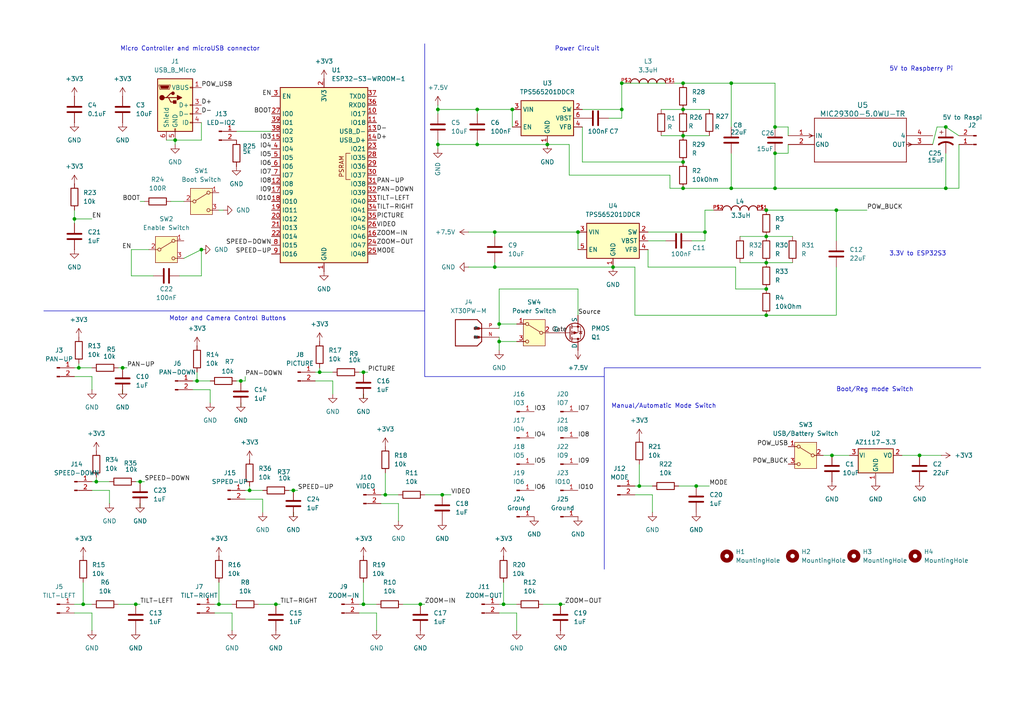
<source format=kicad_sch>
(kicad_sch (version 20231120) (generator "eeschema") (generator_version "8.0")
  (paper "A4")
  (junction (at 72.39 142.24))
  (junction (at 185.42 140.97))
  (junction (at 266.7 132.08))
  (junction (at 80.01 175.26))
  (junction (at 58.42 72.39))
  (junction (at 39.37 175.26))
  (junction (at 50.8 40.64))
  (junction (at 128.27 143.51))
  (junction (at 198.12 31.75))
  (junction (at 180.34 24.13))
  (junction (at 224.79 54.61))
  (junction (at 35.56 106.68))
  (junction (at 105.41 107.95))
  (junction (at 241.3 132.08))
  (junction (at 144.78 99.06))
  (junction (at 162.56 175.26))
  (junction (at 57.15 110.49))
  (junction (at 274.32 54.61))
  (junction (at 148.59 31.75))
  (junction (at 92.71 107.95))
  (junction (at 144.78 93.98))
  (junction (at 127 31.75))
  (junction (at 158.75 41.91))
  (junction (at 222.25 83.82))
  (junction (at 222.25 60.96))
  (junction (at 177.8 77.47))
  (junction (at 201.93 140.97))
  (junction (at 222.25 68.58))
  (junction (at 21.59 63.5))
  (junction (at 180.34 31.75))
  (junction (at 167.64 67.31))
  (junction (at 127 41.91))
  (junction (at 222.25 76.2))
  (junction (at 138.43 41.91))
  (junction (at 224.79 36.83))
  (junction (at 242.57 60.96))
  (junction (at 27.94 139.7))
  (junction (at 138.43 31.75))
  (junction (at 63.5 175.26))
  (junction (at 198.12 46.99))
  (junction (at 222.25 91.44))
  (junction (at 111.76 143.51))
  (junction (at 198.12 39.37))
  (junction (at 212.09 24.13))
  (junction (at 146.05 175.26))
  (junction (at 24.13 175.26))
  (junction (at 224.79 44.45))
  (junction (at 212.09 54.61))
  (junction (at 121.92 175.26))
  (junction (at 85.09 142.24))
  (junction (at 274.32 36.83))
  (junction (at 143.51 77.47))
  (junction (at 40.64 139.7))
  (junction (at 69.85 110.49))
  (junction (at 105.41 175.26))
  (junction (at 143.51 67.31))
  (junction (at 198.12 24.13))
  (junction (at 204.47 67.31))
  (junction (at 22.86 106.68))
  (junction (at 198.12 54.61))
  (wire (pts (xy 104.14 175.26) (xy 105.41 175.26)))
  (wire (pts (xy 143.51 76.2) (xy 143.51 77.47)))
  (wire (pts (xy 213.36 83.82) (xy 222.25 83.82)))
  (wire (pts (xy 27.94 139.7) (xy 31.75 139.7)))
  (wire (pts (xy 35.56 113.03) (xy 35.56 114.3)))
  (wire (pts (xy 31.75 142.24) (xy 31.75 146.05)))
  (wire (pts (xy 63.5 60.96) (xy 64.77 60.96)))
  (wire (pts (xy 21.59 109.22) (xy 26.67 109.22)))
  (wire (pts (xy 67.31 177.8) (xy 67.31 182.88)))
  (wire (pts (xy 127 41.91) (xy 138.43 41.91)))
  (wire (pts (xy 213.36 77.47) (xy 213.36 83.82)))
  (wire (pts (xy 212.09 54.61) (xy 224.79 54.61)))
  (wire (pts (xy 261.62 132.08) (xy 266.7 132.08)))
  (wire (pts (xy 228.6 36.83) (xy 224.79 36.83)))
  (wire (pts (xy 26.67 142.24) (xy 31.75 142.24)))
  (wire (pts (xy 39.37 139.7) (xy 40.64 139.7)))
  (wire (pts (xy 24.13 175.26) (xy 26.67 175.26)))
  (polyline (pts (xy 175.26 106.68) (xy 284.48 106.68)))
  (wire (pts (xy 60.96 113.03) (xy 60.96 116.84)))
  (wire (pts (xy 149.86 99.06) (xy 144.78 99.06)))
  (wire (pts (xy 21.59 106.68) (xy 22.86 106.68)))
  (wire (pts (xy 55.88 110.49) (xy 57.15 110.49)))
  (wire (pts (xy 72.39 140.97) (xy 72.39 142.24)))
  (wire (pts (xy 278.13 41.91) (xy 278.13 54.61)))
  (wire (pts (xy 52.07 80.01) (xy 58.42 80.01)))
  (wire (pts (xy 143.51 67.31) (xy 135.89 67.31)))
  (wire (pts (xy 57.15 107.95) (xy 57.15 110.49)))
  (wire (pts (xy 177.8 77.47) (xy 184.15 77.47)))
  (wire (pts (xy 165.1 41.91) (xy 165.1 50.8)))
  (wire (pts (xy 144.78 83.82) (xy 144.78 93.98)))
  (wire (pts (xy 105.41 175.26) (xy 109.22 175.26)))
  (wire (pts (xy 167.64 83.82) (xy 167.64 91.44)))
  (wire (pts (xy 34.29 175.26) (xy 39.37 175.26)))
  (wire (pts (xy 144.78 83.82) (xy 167.64 83.82)))
  (wire (pts (xy 187.96 67.31) (xy 204.47 67.31)))
  (wire (pts (xy 195.58 24.13) (xy 198.12 24.13)))
  (wire (pts (xy 111.76 143.51) (xy 115.57 143.51)))
  (wire (pts (xy 138.43 40.64) (xy 138.43 41.91)))
  (wire (pts (xy 162.56 175.26) (xy 163.83 175.26)))
  (wire (pts (xy 91.44 107.95) (xy 92.71 107.95)))
  (wire (pts (xy 96.52 110.49) (xy 96.52 114.3)))
  (wire (pts (xy 271.78 36.83) (xy 274.32 36.83)))
  (wire (pts (xy 127 43.18) (xy 127 41.91)))
  (wire (pts (xy 138.43 41.91) (xy 158.75 41.91)))
  (wire (pts (xy 110.49 146.05) (xy 115.57 146.05)))
  (wire (pts (xy 123.19 143.51) (xy 128.27 143.51)))
  (wire (pts (xy 62.23 177.8) (xy 67.31 177.8)))
  (wire (pts (xy 228.6 39.37) (xy 228.6 36.83)))
  (wire (pts (xy 214.63 68.58) (xy 222.25 68.58)))
  (wire (pts (xy 85.09 142.24) (xy 86.36 142.24)))
  (wire (pts (xy 185.42 134.62) (xy 185.42 140.97)))
  (wire (pts (xy 76.2 144.78) (xy 76.2 148.59)))
  (wire (pts (xy 212.09 44.45) (xy 212.09 54.61)))
  (wire (pts (xy 191.77 31.75) (xy 198.12 31.75)))
  (wire (pts (xy 63.5 168.91) (xy 63.5 175.26)))
  (wire (pts (xy 274.32 54.61) (xy 224.79 54.61)))
  (wire (pts (xy 71.12 142.24) (xy 72.39 142.24)))
  (wire (pts (xy 111.76 137.16) (xy 111.76 143.51)))
  (wire (pts (xy 242.57 77.47) (xy 242.57 91.44)))
  (wire (pts (xy 116.84 175.26) (xy 121.92 175.26)))
  (wire (pts (xy 196.85 140.97) (xy 201.93 140.97)))
  (wire (pts (xy 39.37 175.26) (xy 40.64 175.26)))
  (polyline (pts (xy 123.19 109.22) (xy 175.26 109.22)))
  (wire (pts (xy 26.67 63.5) (xy 21.59 63.5)))
  (wire (pts (xy 48.26 40.64) (xy 50.8 40.64)))
  (wire (pts (xy 193.04 24.13) (xy 180.34 24.13)))
  (wire (pts (xy 71.12 109.22) (xy 71.12 110.49)))
  (wire (pts (xy 191.77 39.37) (xy 198.12 39.37)))
  (wire (pts (xy 273.05 132.08) (xy 266.7 132.08)))
  (wire (pts (xy 35.56 106.68) (xy 36.83 106.68)))
  (wire (pts (xy 105.41 114.3) (xy 105.41 115.57)))
  (wire (pts (xy 49.53 58.42) (xy 53.34 58.42)))
  (wire (pts (xy 127 31.75) (xy 127 30.48)))
  (wire (pts (xy 157.48 175.26) (xy 162.56 175.26)))
  (wire (pts (xy 104.14 177.8) (xy 109.22 177.8)))
  (wire (pts (xy 109.22 177.8) (xy 109.22 182.88)))
  (wire (pts (xy 26.67 177.8) (xy 26.67 182.88)))
  (wire (pts (xy 187.96 72.39) (xy 187.96 77.47)))
  (wire (pts (xy 167.64 72.39) (xy 167.64 67.31)))
  (wire (pts (xy 26.67 109.22) (xy 26.67 113.03)))
  (wire (pts (xy 180.34 34.29) (xy 180.34 31.75)))
  (wire (pts (xy 204.47 60.96) (xy 207.01 60.96)))
  (wire (pts (xy 198.12 31.75) (xy 205.74 31.75)))
  (wire (pts (xy 71.12 110.49) (xy 69.85 110.49)))
  (wire (pts (xy 278.13 39.37) (xy 274.32 36.83)))
  (wire (pts (xy 274.32 44.45) (xy 274.32 54.61)))
  (wire (pts (xy 149.86 177.8) (xy 149.86 182.88)))
  (wire (pts (xy 34.29 106.68) (xy 35.56 106.68)))
  (wire (pts (xy 27.94 138.43) (xy 27.94 139.7)))
  (wire (pts (xy 53.34 74.93) (xy 58.42 72.39)))
  (wire (pts (xy 212.09 24.13) (xy 212.09 36.83)))
  (wire (pts (xy 55.88 113.03) (xy 60.96 113.03)))
  (wire (pts (xy 158.75 41.91) (xy 165.1 41.91)))
  (wire (pts (xy 85.09 148.59) (xy 85.09 149.86)))
  (wire (pts (xy 214.63 76.2) (xy 222.25 76.2)))
  (wire (pts (xy 144.78 99.06) (xy 144.78 101.6)))
  (wire (pts (xy 127 40.64) (xy 127 41.91)))
  (wire (pts (xy 121.92 175.26) (xy 123.19 175.26)))
  (wire (pts (xy 105.41 107.95) (xy 106.68 107.95)))
  (wire (pts (xy 212.09 54.61) (xy 198.12 54.61)))
  (wire (pts (xy 194.31 50.8) (xy 194.31 54.61)))
  (wire (pts (xy 242.57 91.44) (xy 222.25 91.44)))
  (wire (pts (xy 115.57 146.05) (xy 115.57 151.13)))
  (wire (pts (xy 228.6 41.91) (xy 228.6 44.45)))
  (wire (pts (xy 204.47 69.85) (xy 204.47 67.31)))
  (wire (pts (xy 38.1 72.39) (xy 38.1 80.01)))
  (wire (pts (xy 144.78 177.8) (xy 149.86 177.8)))
  (wire (pts (xy 143.51 68.58) (xy 143.51 67.31)))
  (wire (pts (xy 40.64 139.7) (xy 41.91 139.7)))
  (wire (pts (xy 110.49 143.51) (xy 111.76 143.51)))
  (wire (pts (xy 72.39 142.24) (xy 76.2 142.24)))
  (wire (pts (xy 138.43 31.75) (xy 127 31.75)))
  (polyline (pts (xy 12.7 90.17) (xy 123.19 90.17)))
  (wire (pts (xy 127 33.02) (xy 127 31.75)))
  (wire (pts (xy 242.57 69.85) (xy 242.57 60.96)))
  (wire (pts (xy 21.59 60.96) (xy 21.59 63.5)))
  (wire (pts (xy 91.44 110.49) (xy 96.52 110.49)))
  (wire (pts (xy 224.79 54.61) (xy 224.79 44.45)))
  (wire (pts (xy 184.15 140.97) (xy 185.42 140.97)))
  (polyline (pts (xy 175.26 106.68) (xy 175.26 165.1)))
  (wire (pts (xy 58.42 35.56) (xy 58.42 40.64)))
  (wire (pts (xy 21.59 175.26) (xy 24.13 175.26)))
  (wire (pts (xy 200.66 69.85) (xy 204.47 69.85)))
  (wire (pts (xy 270.51 41.91) (xy 271.78 36.83)))
  (wire (pts (xy 212.09 24.13) (xy 198.12 24.13)))
  (wire (pts (xy 68.58 110.49) (xy 69.85 110.49)))
  (wire (pts (xy 38.1 80.01) (xy 44.45 80.01)))
  (wire (pts (xy 149.86 93.98) (xy 144.78 93.98)))
  (wire (pts (xy 92.71 107.95) (xy 96.52 107.95)))
  (wire (pts (xy 224.79 24.13) (xy 224.79 36.83)))
  (wire (pts (xy 62.23 175.26) (xy 63.5 175.26)))
  (wire (pts (xy 22.86 105.41) (xy 22.86 106.68)))
  (wire (pts (xy 144.78 93.98) (xy 144.78 95.25)))
  (wire (pts (xy 194.31 54.61) (xy 198.12 54.61)))
  (wire (pts (xy 278.13 54.61) (xy 274.32 54.61)))
  (wire (pts (xy 180.34 24.13) (xy 180.34 31.75)))
  (wire (pts (xy 184.15 77.47) (xy 184.15 91.44)))
  (wire (pts (xy 105.41 168.91) (xy 105.41 175.26)))
  (wire (pts (xy 104.14 107.95) (xy 105.41 107.95)))
  (wire (pts (xy 135.89 77.47) (xy 143.51 77.47)))
  (wire (pts (xy 242.57 60.96) (xy 251.46 60.96)))
  (polyline (pts (xy 123.19 90.17) (xy 123.19 109.22)))
  (wire (pts (xy 26.67 139.7) (xy 27.94 139.7)))
  (wire (pts (xy 68.58 38.1) (xy 78.74 38.1)))
  (wire (pts (xy 41.91 58.42) (xy 40.64 58.42)))
  (wire (pts (xy 228.6 44.45) (xy 224.79 44.45)))
  (wire (pts (xy 146.05 175.26) (xy 149.86 175.26)))
  (wire (pts (xy 74.93 175.26) (xy 80.01 175.26)))
  (wire (pts (xy 57.15 110.49) (xy 60.96 110.49)))
  (wire (pts (xy 187.96 69.85) (xy 193.04 69.85)))
  (wire (pts (xy 40.64 146.05) (xy 40.64 147.32)))
  (wire (pts (xy 144.78 175.26) (xy 146.05 175.26)))
  (wire (pts (xy 24.13 168.91) (xy 24.13 175.26)))
  (wire (pts (xy 43.18 72.39) (xy 38.1 72.39)))
  (wire (pts (xy 21.59 177.8) (xy 26.67 177.8)))
  (wire (pts (xy 148.59 31.75) (xy 138.43 31.75)))
  (wire (pts (xy 69.85 116.84) (xy 69.85 118.11)))
  (wire (pts (xy 58.42 80.01) (xy 58.42 72.39)))
  (wire (pts (xy 144.78 97.79) (xy 144.78 99.06)))
  (wire (pts (xy 168.91 31.75) (xy 180.34 31.75)))
  (wire (pts (xy 205.74 39.37) (xy 198.12 39.37)))
  (wire (pts (xy 185.42 140.97) (xy 189.23 140.97)))
  (wire (pts (xy 229.87 76.2) (xy 222.25 76.2)))
  (wire (pts (xy 148.59 36.83) (xy 148.59 31.75)))
  (wire (pts (xy 204.47 60.96) (xy 204.47 67.31)))
  (wire (pts (xy 189.23 143.51) (xy 189.23 148.59)))
  (polyline (pts (xy 123.19 12.7) (xy 123.19 90.17)))
  (wire (pts (xy 80.01 175.26) (xy 81.28 175.26)))
  (wire (pts (xy 187.96 77.47) (xy 213.36 77.47)))
  (wire (pts (xy 222.25 60.96) (xy 242.57 60.96)))
  (wire (pts (xy 71.12 144.78) (xy 76.2 144.78)))
  (wire (pts (xy 63.5 175.26) (xy 67.31 175.26)))
  (wire (pts (xy 83.82 142.24) (xy 85.09 142.24)))
  (wire (pts (xy 138.43 33.02) (xy 138.43 31.75)))
  (wire (pts (xy 165.1 50.8) (xy 194.31 50.8)))
  (wire (pts (xy 143.51 77.47) (xy 177.8 77.47)))
  (wire (pts (xy 146.05 168.91) (xy 146.05 175.26)))
  (wire (pts (xy 143.51 67.31) (xy 167.64 67.31)))
  (wire (pts (xy 229.87 68.58) (xy 222.25 68.58)))
  (wire (pts (xy 224.79 24.13) (xy 212.09 24.13)))
  (wire (pts (xy 168.91 46.99) (xy 198.12 46.99)))
  (wire (pts (xy 168.91 36.83) (xy 168.91 46.99)))
  (wire (pts (xy 184.15 91.44) (xy 222.25 91.44)))
  (wire (pts (xy 92.71 106.68) (xy 92.71 107.95)))
  (wire (pts (xy 184.15 143.51) (xy 189.23 143.51)))
  (wire (pts (xy 58.42 40.64) (xy 50.8 40.64)))
  (wire (pts (xy 50.8 41.91) (xy 50.8 40.64)))
  (wire (pts (xy 238.76 132.08) (xy 241.3 132.08)))
  (wire (pts (xy 21.59 63.5) (xy 21.59 64.77)))
  (wire (pts (xy 128.27 143.51) (xy 130.81 143.51)))
  (wire (pts (xy 201.93 140.97) (xy 205.74 140.97)))
  (wire (pts (xy 22.86 106.68) (xy 26.67 106.68)))
  (wire (pts (xy 176.53 34.29) (xy 180.34 34.29)))
  (wire (pts (xy 241.3 132.08) (xy 246.38 132.08)))
  (text "Micro Controller and microUSB connector" (at 55.118 14.224 0) (effects (font (size 1.27 1.27))))
  (text "Power Circuit" (at 167.386 14.224 0) (effects (font (size 1.27 1.27))))
  (text "Boot/Reg mode Switch" (at 253.746 113.03 0) (effects (font (size 1.27 1.27))))
  (text "Motor and Camera Control Buttons" (at 66.04 92.456 0) (effects (font (size 1.27 1.27))))
  (text "5V to Raspberry Pi" (at 267.208 20.066 0) (effects (font (size 1.27 1.27))))
  (text "Manual/Automatic Mode Switch" (at 192.532 117.856 0) (effects (font (size 1.27 1.27))))
  (text "3.3V to ESP32S3" (at 266.192 73.66 0) (effects (font (size 1.27 1.27))))
  (label "IO4" (at 154.94 127 0))
  (label "IO3" (at 78.74 40.64 180))
  (label "D+" (at 109.22 40.64 0))
  (label "BOOT" (at 40.64 58.42 180))
  (label "MODE" (at 205.74 140.97 0))
  (label "IO9" (at 78.74 55.88 180))
  (label "EN" (at 38.1 72.39 180))
  (label "SPEED-DOWN" (at 78.74 71.12 180))
  (label "PICTURE" (at 106.68 107.95 0))
  (label "ZOOM-IN" (at 109.22 68.58 0))
  (label "PAN-DOWN" (at 109.22 55.88 0))
  (label "D-" (at 109.22 38.1 0))
  (label "TILT-RIGHT" (at 81.28 175.26 0))
  (label "IO5" (at 154.94 134.62 0))
  (label "POW_USB" (at 58.42 25.4 0))
  (label "ZOOM-OUT" (at 163.83 175.26 0))
  (label "IO8" (at 167.64 127 0))
  (label "TILT-LEFT" (at 40.64 175.26 0))
  (label "TILT-RIGHT" (at 109.22 60.96 0))
  (label "IO4" (at 78.74 43.18 180))
  (label "IO6" (at 78.74 48.26 180))
  (label "EN" (at 78.74 27.94 180))
  (label "EN" (at 26.67 63.5 0))
  (label "SPEED-UP" (at 86.36 142.24 0))
  (label "IO9" (at 167.64 134.62 0))
  (label "ZOOM-OUT" (at 109.22 71.12 0))
  (label "Source" (at 167.64 91.44 0))
  (label "PAN-DOWN" (at 71.12 109.22 0))
  (label "Gate" (at 160.02 96.52 0))
  (label "PICTURE" (at 109.22 63.5 0))
  (label "IO3" (at 154.94 119.38 0))
  (label "PAN-UP" (at 109.22 53.34 0))
  (label "IO7" (at 167.64 119.38 0))
  (label "POW_USB" (at 228.6 129.54 180))
  (label "IO10" (at 167.64 142.24 0))
  (label "VIDEO" (at 109.22 66.04 0))
  (label "D+" (at 58.42 30.48 0))
  (label "IO10" (at 78.74 58.42 180))
  (label "VIDEO" (at 130.81 143.51 0))
  (label "IO8" (at 78.74 53.34 180))
  (label "SPEED-DOWN" (at 41.91 139.7 0))
  (label "D-" (at 58.42 33.02 0))
  (label "IO6" (at 154.94 142.24 0))
  (label "POW_BUCK" (at 228.6 134.62 180))
  (label "IO5" (at 78.74 45.72 180))
  (label "ZOOM-IN" (at 123.19 175.26 0))
  (label "TILT-LEFT" (at 109.22 58.42 0))
  (label "BOOT" (at 78.74 33.02 180))
  (label "POW_BUCK" (at 251.46 60.96 0))
  (label "MODE" (at 109.22 73.66 0))
  (label "SPEED-UP" (at 78.74 73.66 180))
  (label "PAN-UP" (at 36.83 106.68 0))
  (label "IO7" (at 78.74 50.8 180))
  (symbol (lib_id "power:GND") (at 93.98 78.74 0) (unit 1)
    (property "Reference" "#PWR02" (effects (hide yes)))
    (property "Value" "GND" (at 93.98 83.82 0))
    (property "Description" "Power symbol creates a global label with name \"GND\" , ground" (effects (hide yes)))
  )
  (symbol (lib_id "power:GND") (at 128.27 151.13 0) (unit 1)
    (property "Reference" "#PWR038" (effects (hide yes)))
    (property "Value" "GND" (at 128.27 156.21 0))
    (property "Description" "Power symbol creates a global label with name \"GND\" , ground" (effects (hide yes)))
  )
  (symbol (lib_id "Device:R") (at 222.25 87.63 0) (unit 1)
    (property "Reference" "R4" (at 224.79 86.3599 0) (effects (justify left)))
    (property "Value" "10kOhm" (at 224.79 88.8999 0) (effects (justify left)))
    (property "Footprint" "Resistor_SMD:R_0805_2012Metric_Pad1.20x1.40mm_HandSolder" (effects (hide yes)))
    (property "Description" "Resistor" (effects (hide yes)))
  )
  (symbol (lib_id "XT30PW-M:XT30PW-M") (at 139.7 95.25 0) (unit 1)
    (property "Reference" "J4" (at 135.89 87.63 0))
    (property "Value" "XT30PW-M" (at 135.89 90.17 0))
    (property "Footprint" "XT30PW-M:AMASS_XT30PW-M" (effects (hide yes)))
    (property "MF" "AMASS" (effects (hide yes)))
    (property "MAXIMUM_PACKAGE_HEIGHT" "5 mm" (effects (hide yes)))
    (property "Package" "None" (effects (hide yes)))
    (property "Price" "None" (effects (hide yes)))
    (property "Check_prices" "https://www.snapeda.com/parts/XT30PW-M/AMASS/view-part/?ref=eda" (effects (hide yes)))
    (property "STANDARD" "Manufacturer Recommendations" (effects (hide yes)))
    (property "PARTREV" "1.2" (effects (hide yes)))
    (property "SnapEDA_Link" "https://www.snapeda.com/parts/XT30PW-M/AMASS/view-part/?ref=snap" (effects (hide yes)))
    (property "MP" "XT30PW-M" (effects (hide yes)))
    (property "Description_1" "\n                        \n                            Socket; DC supply; XT30; male; PIN: 2; on PCBs; THT; Colour: yellow\n                        \n" (effects (hide yes)))
    (property "MANUFACTURER" "Amass" (effects (hide yes)))
    (property "Availability" "Not in stock" (effects (hide yes)))
    (property "SNAPEDA_PN" "XT30PW-M" (effects (hide yes)))
  )
  (symbol (lib_id "Device:R") (at 146.05 165.1 180) (unit 1)
    (property "Reference" "R20" (at 148.59 163.8299 0) (effects (justify right)))
    (property "Value" "10k" (at 148.59 166.3699 0) (effects (justify right)))
    (property "Footprint" "Resistor_SMD:R_0805_2012Metric_Pad1.20x1.40mm_HandSolder" (effects (hide yes)))
    (property "Description" "Resistor" (effects (hide yes)))
  )
  (symbol (lib_id "Device:R") (at 214.63 72.39 0) (unit 1)
    (property "Reference" "R32" (at 217.17 71.1199 0) (effects (justify left)))
    (property "Value" "R" (at 217.17 73.6599 0) (effects (justify left)))
    (property "Footprint" "Resistor_SMD:R_0805_2012Metric_Pad1.20x1.40mm_HandSolder" (effects (hide yes)))
    (property "Description" "Resistor" (effects (hide yes)))
  )
  (symbol (lib_id "power:GND") (at 68.58 48.26 0) (unit 1)
    (property "Reference" "#PWR04" (effects (hide yes)))
    (property "Value" "GND" (at 68.58 53.34 0))
    (property "Description" "Power symbol creates a global label with name \"GND\" , ground" (effects (hide yes)))
  )
  (symbol (lib_id "Device:R") (at 191.77 35.56 0) (unit 1)
    (property "Reference" "R1" (at 193.294 34.29 0) (effects (justify left)))
    (property "Value" "R" (at 193.548 36.83 0) (effects (justify left)))
    (property "Footprint" "Resistor_SMD:R_0805_2012Metric_Pad1.20x1.40mm_HandSolder" (effects (hide yes)))
    (property "Description" "Resistor" (effects (hide yes)))
  )
  (symbol (lib_id "Device:C") (at 143.51 72.39 0) (unit 1)
    (property "Reference" "C9" (at 147.32 71.1199 0) (effects (justify left)))
    (property "Value" "10uF" (at 147.32 73.6599 0) (effects (justify left)))
    (property "Footprint" "Capacitor_SMD:C_0805_2012Metric_Pad1.18x1.45mm_HandSolder" (effects (hide yes)))
    (property "Description" "Unpolarized capacitor" (effects (hide yes)))
  )
  (symbol (lib_id "Device:R") (at 222.25 72.39 0) (unit 1)
    (property "Reference" "R30" (at 224.79 71.1199 0) (effects (justify left)))
    (property "Value" "R" (at 224.79 73.6599 0) (effects (justify left)))
    (property "Footprint" "Resistor_SMD:R_0805_2012Metric_Pad1.20x1.40mm_HandSolder" (effects (hide yes)))
    (property "Description" "Resistor" (effects (hide yes)))
  )
  (symbol (lib_id "Device:C") (at 266.7 135.89 0) (unit 1)
    (property "Reference" "C2" (at 270.51 134.6199 0) (effects (justify left)))
    (property "Value" "22uF" (at 270.51 137.1599 0) (effects (justify left)))
    (property "Footprint" "Capacitor_SMD:C_0805_2012Metric_Pad1.18x1.45mm_HandSolder" (effects (hide yes)))
    (property "Description" "Unpolarized capacitor" (effects (hide yes)))
  )
  (symbol (lib_id "power:GND") (at 144.78 101.6 0) (unit 1)
    (property "Reference" "#PWR017" (effects (hide yes)))
    (property "Value" "GND" (at 144.78 106.68 0))
    (property "Description" "Power symbol creates a global label with name \"GND\" , ground" (effects (hide yes)))
  )
  (symbol (lib_id "Device:R") (at 72.39 137.16 180) (unit 1)
    (property "Reference" "R36" (at 74.93 135.8899 0) (effects (justify right)))
    (property "Value" "10k" (at 74.93 138.4299 0) (effects (justify right)))
    (property "Footprint" "Resistor_SMD:R_0805_2012Metric_Pad1.20x1.40mm_HandSolder" (effects (hide yes)))
    (property "Description" "Resistor" (effects (hide yes)))
  )
  (symbol (lib_id "Connector:Conn_01x01_Pin") (at 149.86 142.24 0) (unit 1)
    (property "Reference" "J19" (at 150.495 137.16 0))
    (property "Value" "IO6" (at 150.495 139.7 0))
    (property "Footprint" "Connector_PinSocket_2.00mm:PinSocket_1x01_P2.00mm_Vertical" (effects (hide yes)))
    (property "Description" "Generic connector, single row, 01x01, script generated" (effects (hide yes)))
  )
  (symbol (lib_id "Device:R") (at 153.67 175.26 90) (unit 1)
    (property "Reference" "R12" (at 153.67 168.91 90))
    (property "Value" "10k" (at 153.67 171.45 90))
    (property "Footprint" "Resistor_SMD:R_0805_2012Metric_Pad1.20x1.40mm_HandSolder" (effects (hide yes)))
    (property "Description" "Resistor" (effects (hide yes)))
  )
  (symbol (lib_id "2025-03-31_05-35-40:MIC29300-5.0WU-TR") (at 222.25 39.37 0) (unit 1)
    (property "Reference" "U5" (at 250.19 30.48 0) (effects (font (size 1.524 1.524))))
    (property "Value" "MIC29300-5.0WU-TR" (at 250.19 33.02 0) (effects (font (size 1.524 1.524))))
    (property "Footprint" "footprints:TO-263-3_MCH" (effects (hide yes)))
    (property "Datasheet" "MIC29300-5.0WU-TR" (effects (hide yes)))
  )
  (symbol (lib_id "Connector:Conn_01x02_Pin") (at 139.7 175.26 0) (unit 1)
    (property "Reference" "J11" (at 140.335 170.18 0))
    (property "Value" "ZOOM-OUT" (at 140.335 172.72 0))
    (property "Footprint" "Connector_Molex:Molex_KK-254_AE-6410-02A_1x02_P2.54mm_Vertical" (effects (hide yes)))
    (property "Description" "Generic connector, single row, 01x02, script generated" (effects (hide yes)))
  )
  (symbol (lib_id "Connector:Conn_01x01_Pin") (at 162.56 119.38 0) (unit 1)
    (property "Reference" "J20" (at 163.195 114.3 0))
    (property "Value" "IO7" (at 163.195 116.84 0))
    (property "Footprint" "Connector_PinSocket_2.00mm:PinSocket_1x01_P2.00mm_Vertical" (effects (hide yes)))
    (property "Description" "Generic connector, single row, 01x01, script generated" (effects (hide yes)))
  )
  (symbol (lib_id "power:GND") (at 85.09 148.59 0) (unit 1)
    (property "Reference" "#PWR057" (effects (hide yes)))
    (property "Value" "GND" (at 85.09 153.67 0))
    (property "Description" "Power symbol creates a global label with name \"GND\" , ground" (effects (hide yes)))
  )
  (symbol (lib_id "power:+3V3") (at 273.05 132.08 270) (mirror x) (unit 1)
    (property "Reference" "#PWR023" (effects (hide yes)))
    (property "Value" "+3V3" (at 276.86 132.0799 90) (effects (justify left)))
    (property "Description" "Power symbol creates a global label with name \"+3V3\"" (effects (hide yes)))
  )
  (symbol (lib_id "Device:C") (at 35.56 110.49 0) (unit 1)
    (property "Reference" "C10" (at 39.37 109.2199 0) (effects (justify left)))
    (property "Value" "1uF" (at 39.37 111.7599 0) (effects (justify left)))
    (property "Footprint" "Capacitor_SMD:C_0805_2012Metric_Pad1.18x1.45mm_HandSolder" (effects (hide yes)))
    (property "Description" "Unpolarized capacitor" (effects (hide yes)))
  )
  (symbol (lib_id "power:GND") (at 50.8 41.91 0) (unit 1)
    (property "Reference" "#PWR012" (effects (hide yes)))
    (property "Value" "GND" (at 50.8 46.99 0))
    (property "Description" "Power symbol creates a global label with name \"GND\" , ground" (effects (hide yes)))
  )
  (symbol (lib_id "Device:R") (at 193.04 140.97 90) (unit 1)
    (property "Reference" "R22" (at 193.04 134.62 90))
    (property "Value" "10k" (at 193.04 137.16 90))
    (property "Footprint" "Resistor_SMD:R_0805_2012Metric_Pad1.20x1.40mm_HandSolder" (effects (hide yes)))
    (property "Description" "Resistor" (effects (hide yes)))
  )
  (symbol (lib_id "Connector:Conn_01x02_Pin") (at 283.21 41.91 180) (unit 1)
    (property "Reference" "J2" (at 281.94 36.322 0))
    (property "Value" "5V to Raspi" (at 279.146 34.036 0))
    (property "Footprint" "Connector_Molex:Molex_KK-254_AE-6410-02A_1x02_P2.54mm_Vertical" (effects (hide yes)))
    (property "Description" "Generic connector, single row, 01x02, script generated" (effects (hide yes)))
  )
  (symbol (lib_id "Connector:Conn_01x02_Pin") (at 63.5 38.1 0) (unit 1)
    (property "Reference" "J13" (at 64.135 33.02 0))
    (property "Value" "LED-IO2" (at 64.135 35.56 0))
    (property "Footprint" "Connector_Molex:Molex_KK-254_AE-6410-02A_1x02_P2.54mm_Vertical" (effects (hide yes)))
    (property "Description" "Generic connector, single row, 01x02, script generated" (effects (hide yes)))
  )
  (symbol (lib_id "Device:C") (at 21.59 31.75 0) (unit 1)
    (property "Reference" "C4" (at 25.4 30.4799 0) (effects (justify left)))
    (property "Value" "0.1uF" (at 25.4 33.0199 0) (effects (justify left)))
    (property "Footprint" "Capacitor_SMD:C_0805_2012Metric_Pad1.18x1.45mm_HandSolder" (effects (hide yes)))
    (property "Description" "Unpolarized capacitor" (effects (hide yes)))
  )
  (symbol (lib_id "power:+3V3") (at 111.76 129.54 0) (unit 1)
    (property "Reference" "#PWR045" (effects (hide yes)))
    (property "Value" "+3V3" (at 111.76 124.46 0))
    (property "Description" "Power symbol creates a global label with name \"+3V3\"" (effects (hide yes)))
  )
  (symbol (lib_id "power:GND") (at 266.7 139.7 0) (unit 1)
    (property "Reference" "#PWR07" (effects (hide yes)))
    (property "Value" "GND" (at 266.7 144.78 0))
    (property "Description" "Power symbol creates a global label with name \"GND\" , ground" (effects (hide yes)))
  )
  (symbol (lib_id "power:+3V3") (at 35.56 27.94 0) (unit 1)
    (property "Reference" "#PWR08" (effects (hide yes)))
    (property "Value" "+3V3" (at 35.56 22.86 0))
    (property "Description" "Power symbol creates a global label with name \"+3V3\"" (effects (hide yes)))
  )
  (symbol (lib_id "Device:R") (at 22.86 101.6 180) (unit 1)
    (property "Reference" "R13" (at 25.4 100.3299 0) (effects (justify right)))
    (property "Value" "10k" (at 25.4 102.8699 0) (effects (justify right)))
    (property "Footprint" "Resistor_SMD:R_0805_2012Metric_Pad1.20x1.40mm_HandSolder" (effects (hide yes)))
    (property "Description" "Resistor" (effects (hide yes)))
  )
  (symbol (lib_id "Switch:SW_SPDT") (at 48.26 72.39 0) (unit 1)
    (property "Reference" "SW2" (at 48.26 63.5 0))
    (property "Value" "Enable Switch" (at 48.26 66.04 0))
    (property "Footprint" "Connector_Molex:Molex_KK-254_AE-6410-03A_1x03_P2.54mm_Vertical" (effects (hide yes)))
    (property "Description" "Switch, single pole double throw" (effects (hide yes)))
  )
  (symbol (lib_id "Device:R") (at 21.59 57.15 180) (unit 1)
    (property "Reference" "R23" (at 24.13 55.8799 0) (effects (justify right)))
    (property "Value" "10k" (at 24.13 58.4199 0) (effects (justify right)))
    (property "Footprint" "Resistor_SMD:R_0805_2012Metric_Pad1.20x1.40mm_HandSolder" (effects (hide yes)))
    (property "Description" "Resistor" (effects (hide yes)))
  )
  (symbol (lib_id "power:GND") (at 149.86 182.88 0) (unit 1)
    (property "Reference" "#PWR037" (effects (hide yes)))
    (property "Value" "GND" (at 149.86 187.96 0))
    (property "Description" "Power symbol creates a global label with name \"GND\" , ground" (effects (hide yes)))
  )
  (symbol (lib_id "Connector:Conn_01x01_Pin") (at 149.86 127 0) (unit 1)
    (property "Reference" "J17" (at 150.495 121.92 0))
    (property "Value" "IO4" (at 150.495 124.46 0))
    (property "Footprint" "Connector_PinSocket_2.00mm:PinSocket_1x01_P2.00mm_Vertical" (effects (hide yes)))
    (property "Description" "Generic connector, single row, 01x01, script generated" (effects (hide yes)))
  )
  (symbol (lib_id "power:+3V3") (at 27.94 130.81 0) (unit 1)
    (property "Reference" "#PWR013" (effects (hide yes)))
    (property "Value" "+3V3" (at 27.94 125.73 0))
    (property "Description" "Power symbol creates a global label with name \"+3V3\"" (effects (hide yes)))
  )
  (symbol (lib_id "Connector:Conn_01x02_Pin") (at 21.59 139.7 0) (unit 1)
    (property "Reference" "J14" (at 22.225 134.62 0))
    (property "Value" "SPEED-DOWN" (at 22.225 137.16 0))
    (property "Footprint" "Connector_Molex:Molex_KK-254_AE-6410-02A_1x02_P2.54mm_Vertical" (effects (hide yes)))
    (property "Description" "Generic connector, single row, 01x02, script generated" (effects (hide yes)))
  )
  (symbol (lib_id "power:GND") (at 31.75 146.05 0) (unit 1)
    (property "Reference" "#PWR016" (effects (hide yes)))
    (property "Value" "GND" (at 31.75 151.13 0))
    (property "Description" "Power symbol creates a global label with name \"GND\" , ground" (effects (hide yes)))
  )
  (symbol (lib_id "Device:R") (at 45.72 58.42 270) (unit 1)
    (property "Reference" "R24" (at 45.72 52.07 90))
    (property "Value" "100R" (at 45.72 54.61 90))
    (property "Footprint" "Resistor_SMD:R_0805_2012Metric_Pad1.20x1.40mm_HandSolder" (effects (hide yes)))
    (property "Description" "Resistor" (effects (hide yes)))
  )
  (symbol (lib_id "power:GND") (at 58.42 72.39 90) (unit 1)
    (property "Reference" "#PWR054" (effects (hide yes)))
    (property "Value" "GND" (at 62.124 72.3899 90) (effects (justify right)))
    (property "Description" "Power symbol creates a global label with name \"GND\" , ground" (effects (hide yes)))
  )
  (symbol (lib_id "power:GND") (at 241.3 139.7 0) (unit 1)
    (property "Reference" "#PWR06" (effects (hide yes)))
    (property "Value" "GND" (at 241.3 144.78 0))
    (property "Description" "Power symbol creates a global label with name \"GND\" , ground" (effects (hide yes)))
  )
  (symbol (lib_id "Device:C") (at 105.41 111.76 0) (unit 1)
    (property "Reference" "C16" (at 109.22 110.4899 0) (effects (justify left)))
    (property "Value" "1uF" (at 109.22 113.0299 0) (effects (justify left)))
    (property "Footprint" "Capacitor_SMD:C_0805_2012Metric_Pad1.18x1.45mm_HandSolder" (effects (hide yes)))
    (property "Description" "Unpolarized capacitor" (effects (hide yes)))
  )
  (symbol (lib_id "Device:C") (at 212.09 40.64 0) (unit 1)
    (property "Reference" "C8" (at 212.598 36.322 0) (effects (justify left)))
    (property "Value" "22uF" (at 211.836 38.354 0) (effects (justify left)))
    (property "Footprint" "Capacitor_SMD:C_0805_2012Metric_Pad1.18x1.45mm_HandSolder" (effects (hide yes)))
    (property "Description" "Unpolarized capacitor" (effects (hide yes)))
  )
  (symbol (lib_id "Device:C") (at 138.43 36.83 0) (unit 1)
    (property "Reference" "C6" (at 142.24 35.5599 0) (effects (justify left)))
    (property "Value" "100nF" (at 142.24 38.0999 0) (effects (justify left)))
    (property "Footprint" "Capacitor_SMD:C_0805_2012Metric_Pad1.18x1.45mm_HandSolder" (effects (hide yes)))
    (property "Description" "Unpolarized capacitor" (effects (hide yes)))
  )
  (symbol (lib_id "power:GND") (at 67.31 182.88 0) (unit 1)
    (property "Reference" "#PWR030" (effects (hide yes)))
    (property "Value" "GND" (at 67.31 187.96 0))
    (property "Description" "Power symbol creates a global label with name \"GND\" , ground" (effects (hide yes)))
  )
  (symbol (lib_id "Device:C") (at 241.3 135.89 0) (unit 1)
    (property "Reference" "C1" (at 245.11 134.6199 0) (effects (justify left)))
    (property "Value" "10uF" (at 244.348 137.16 0) (effects (justify left)))
    (property "Footprint" "Capacitor_SMD:C_0805_2012Metric_Pad1.18x1.45mm_HandSolder" (effects (hide yes)))
    (property "Description" "Unpolarized capacitor" (effects (hide yes)))
  )
  (symbol (lib_id "power:GND") (at 177.8 77.47 0) (unit 1)
    (property "Reference" "#PWR015" (effects (hide yes)))
    (property "Value" "GND" (at 177.8 82.55 0))
    (property "Description" "Power symbol creates a global label with name \"GND\" , ground" (effects (hide yes)))
  )
  (symbol (lib_id "power:+7.5V") (at 127 30.48 0) (unit 1)
    (property "Reference" "#PWR020" (effects (hide yes)))
    (property "Value" "+7.5V" (at 127 25.4 0))
    (property "Description" "Power symbol creates a global label with name \"+7.5V\"" (effects (hide yes)))
  )
  (symbol (lib_id "Device:C") (at 48.26 80.01 270) (unit 1)
    (property "Reference" "C22" (at 48.26 83.82 90))
    (property "Value" "100nF" (at 48.26 86.36 90))
    (property "Footprint" "Capacitor_SMD:C_0805_2012Metric_Pad1.18x1.45mm_HandSolder" (effects (hide yes)))
    (property "Description" "Unpolarized capacitor" (effects (hide yes)))
  )
  (symbol (lib_id "Device:C") (at 242.57 73.66 0) (unit 1)
    (property "Reference" "C12" (at 246.38 72.3899 0) (effects (justify left)))
    (property "Value" "22uF" (at 246.38 74.9299 0) (effects (justify left)))
    (property "Footprint" "Capacitor_SMD:C_0805_2012Metric_Pad1.18x1.45mm_HandSolder" (effects (hide yes)))
    (property "Description" "Unpolarized capacitor" (effects (hide yes)))
  )
  (symbol (lib_id "Device:C") (at 69.85 114.3 0) (unit 1)
    (property "Reference" "C14" (at 73.66 113.0299 0) (effects (justify left)))
    (property "Value" "1uF" (at 73.66 115.5699 0) (effects (justify left)))
    (property "Footprint" "Capacitor_SMD:C_0805_2012Metric_Pad1.18x1.45mm_HandSolder" (effects (hide yes)))
    (property "Description" "Unpolarized capacitor" (effects (hide yes)))
  )
  (symbol (lib_id "Device:C") (at 35.56 31.75 0) (unit 1)
    (property "Reference" "C3" (at 39.37 30.4799 0) (effects (justify left)))
    (property "Value" "10uF" (at 39.37 33.0199 0) (effects (justify left)))
    (property "Footprint" "Capacitor_SMD:C_0805_2012Metric_Pad1.18x1.45mm_HandSolder" (effects (hide yes)))
    (property "Description" "Unpolarized capacitor" (effects (hide yes)))
  )
  (symbol (lib_id "Connector:Conn_01x01_Pin") (at 149.86 149.86 0) (unit 1)
    (property "Reference" "J24" (at 150.495 144.78 0))
    (property "Value" "Ground" (at 150.495 147.32 0))
    (property "Footprint" "Connector_PinSocket_2.00mm:PinSocket_1x01_P2.00mm_Vertical" (effects (hide yes)))
    (property "Description" "Generic connector, single row, 01x01, script generated" (effects (hide yes)))
  )
  (symbol (lib_id "Device:R") (at 113.03 175.26 90) (unit 1)
    (property "Reference" "R10" (at 113.03 168.91 90))
    (property "Value" "10k" (at 113.03 171.45 90))
    (property "Footprint" "Resistor_SMD:R_0805_2012Metric_Pad1.20x1.40mm_HandSolder" (effects (hide yes)))
    (property "Description" "Resistor" (effects (hide yes)))
  )
  (symbol (lib_id "power:+7.5V") (at 135.89 67.31 90) (unit 1)
    (property "Reference" "#PWR021" (effects (hide yes)))
    (property "Value" "+7.5V" (at 132.08 67.3099 90) (effects (justify left)))
    (property "Description" "Power symbol creates a global label with name \"+7.5V\"" (effects (hide yes)))
  )
  (symbol (lib_id "IHLP-2525CZ-01:IHLP-2525CZ-01") (at 187.96 24.13 90) (unit 1)
    (property "Reference" "L3" (at 187.96 17.78 90))
    (property "Value" "3.3uH" (at 187.96 20.32 90))
    (property "Footprint" "IHLP-2525CZ-01:2525" (effects (hide yes)))
    (property "MF" "Vishay Dale" (effects (hide yes)))
    (property "Description_1" "\n                        \n                            150 nH Shielded Molded Inductor 26 A 2.5mOhm Max Nonstandard -\n                        \n" (effects (hide yes)))
    (property "Package" "Nonstandard Vishay Dale" (effects (hide yes)))
    (property "Price" "None" (effects (hide yes)))
    (property "SnapEDA_Link" "https://www.snapeda.com/parts/IHLP-2525CZ-01/Vishay+Dale/view-part/?ref=snap" (effects (hide yes)))
    (property "MP" "IHLP-2525CZ-01" (effects (hide yes)))
    (property "Availability" "In Stock" (effects (hide yes)))
    (property "Check_prices" "https://www.snapeda.com/parts/IHLP-2525CZ-01/Vishay+Dale/view-part/?ref=eda" (effects (hide yes)))
  )
  (symbol (lib_id "power:+3V3") (at 72.39 133.35 0) (unit 1)
    (property "Reference" "#PWR055" (effects (hide yes)))
    (property "Value" "+3V3" (at 72.39 128.27 0))
    (property "Description" "Power symbol creates a global label with name \"+3V3\"" (effects (hide yes)))
  )
  (symbol (lib_id "Connector:Conn_01x02_Pin") (at 179.07 140.97 0) (unit 1)
    (property "Reference" "J12" (at 179.705 135.89 0))
    (property "Value" "MODE" (at 179.705 138.43 0))
    (property "Footprint" "Connector_Molex:Molex_KK-254_AE-6410-02A_1x02_P2.54mm_Vertical" (effects (hide yes)))
    (property "Description" "Generic connector, single row, 01x02, script generated" (effects (hide yes)))
  )
  (symbol (lib_id "power:GND") (at 154.94 149.86 0) (unit 1)
    (property "Reference" "#PWR058" (effects (hide yes)))
    (property "Value" "GND" (at 154.94 154.94 0))
    (property "Description" "Power symbol creates a global label with name \"GND\" , ground" (effects (hide yes)))
  )
  (symbol (lib_id "power:GND") (at 69.85 116.84 0) (unit 1)
    (property "Reference" "#PWR029" (effects (hide yes)))
    (property "Value" "GND" (at 69.85 121.92 0))
    (property "Description" "Power symbol creates a global label with name \"GND\" , ground" (effects (hide yes)))
  )
  (symbol (lib_id "Device:R") (at 205.74 35.56 0) (unit 1)
    (property "Reference" "R27" (at 207.518 33.782 0) (effects (justify left)))
    (property "Value" "R" (at 207.264 36.83 0) (effects (justify left)))
    (property "Footprint" "Resistor_SMD:R_0805_2012Metric_Pad1.20x1.40mm_HandSolder" (effects (hide yes)))
    (property "Description" "Resistor" (effects (hide yes)))
  )
  (symbol (lib_id "Device:R") (at 119.38 143.51 90) (unit 1)
    (property "Reference" "R11" (at 119.38 137.16 90))
    (property "Value" "10k" (at 119.38 139.7 90))
    (property "Footprint" "Resistor_SMD:R_0805_2012Metric_Pad1.20x1.40mm_HandSolder" (effects (hide yes)))
    (property "Description" "Resistor" (effects (hide yes)))
  )
  (symbol (lib_id "Device:C") (at 162.56 179.07 0) (unit 1)
    (property "Reference" "C19" (at 166.37 177.7999 0) (effects (justify left)))
    (property "Value" "1uF" (at 166.37 180.3399 0) (effects (justify left)))
    (property "Footprint" "Capacitor_SMD:C_0805_2012Metric_Pad1.18x1.45mm_HandSolder" (effects (hide yes)))
    (property "Description" "Unpolarized capacitor" (effects (hide yes)))
  )
  (symbol (lib_id "power:+3V3") (at 105.41 161.29 0) (unit 1)
    (property "Reference" "#PWR046" (effects (hide yes)))
    (property "Value" "+3V3" (at 105.41 156.21 0))
    (property "Description" "Power symbol creates a global label with name \"+3V3\"" (effects (hide yes)))
  )
  (symbol (lib_id "power:GND") (at 35.56 35.56 0) (unit 1)
    (property "Reference" "#PWR09" (effects (hide yes)))
    (property "Value" "GND" (at 35.56 40.64 0))
    (property "Description" "Power symbol creates a global label with name \"GND\" , ground" (effects (hide yes)))
  )
  (symbol (lib_id "Device:R") (at 92.71 102.87 180) (unit 1)
    (property "Reference" "R17" (at 95.25 101.5999 0) (effects (justify right)))
    (property "Value" "10k" (at 95.25 104.1399 0) (effects (justify right)))
    (property "Footprint" "Resistor_SMD:R_0805_2012Metric_Pad1.20x1.40mm_HandSolder" (effects (hide yes)))
    (property "Description" "Resistor" (effects (hide yes)))
  )
  (symbol (lib_id "power:GND") (at 21.59 35.56 0) (unit 1)
    (property "Reference" "#PWR011" (effects (hide yes)))
    (property "Value" "GND" (at 21.59 40.64 0))
    (property "Description" "Power symbol creates a global label with name \"GND\" , ground" (effects (hide yes)))
  )
  (symbol (lib_id "Device:R") (at 185.42 130.81 180) (unit 1)
    (property "Reference" "R21" (at 187.96 129.5399 0) (effects (justify right)))
    (property "Value" "10k" (at 187.96 132.0799 0) (effects (justify right)))
    (property "Footprint" "Resistor_SMD:R_0805_2012Metric_Pad1.20x1.40mm_HandSolder" (effects (hide yes)))
    (property "Description" "Resistor" (effects (hide yes)))
  )
  (symbol (lib_id "Regulator_Switching:TPS565208") (at 177.8 69.85 0) (unit 1)
    (property "Reference" "U4" (at 177.8 59.69 0))
    (property "Value" "TPS565201DDCR" (at 177.8 62.23 0))
    (property "Footprint" "Package_TO_SOT_SMD:SOT-23-6_Handsoldering" (effects (hide yes)))
    (property "Datasheet" "http://www.ti.com/lit/ds/symlink/tps565208.pdf" (effects (hide yes)))
    (property "Description" "5A Synchronous Step-Down Voltage Regulator, Adjustable Output Voltage, 4.5-17V Input Voltage, SOT-23-6" (effects (hide yes)))
  )
  (symbol (lib_id "power:GND") (at 60.96 116.84 0) (unit 1)
    (property "Reference" "#PWR028" (effects (hide yes)))
    (property "Value" "GND" (at 60.96 121.92 0))
    (property "Description" "Power symbol creates a global label with name \"GND\" , ground" (effects (hide yes)))
  )
  (symbol (lib_id "power:GND") (at 109.22 182.88 0) (unit 1)
    (property "Reference" "#PWR033" (effects (hide yes)))
    (property "Value" "GND" (at 109.22 187.96 0))
    (property "Description" "Power symbol creates a global label with name \"GND\" , ground" (effects (hide yes)))
  )
  (symbol (lib_id "Device:C") (at 172.72 34.29 90) (unit 1)
    (property "Reference" "C7" (at 178.054 38.1 90))
    (property "Value" "100nF" (at 173.482 38.1 90))
    (property "Footprint" "Capacitor_SMD:C_0805_2012Metric_Pad1.18x1.45mm_HandSolder" (effects (hide yes)))
    (property "Description" "Unpolarized capacitor" (effects (hide yes)))
  )
  (symbol (lib_id "power:+3V3") (at 57.15 100.33 0) (unit 1)
    (property "Reference" "#PWR041" (effects (hide yes)))
    (property "Value" "+3V3" (at 57.15 95.25 0))
    (property "Description" "Power symbol creates a global label with name \"+3V3\"" (effects (hide yes)))
  )
  (symbol (lib_id "Connector:Conn_01x02_Pin") (at 99.06 175.26 0) (unit 1)
    (property "Reference" "J9" (at 99.695 170.18 0))
    (property "Value" "ZOOM-IN" (at 99.695 172.72 0))
    (property "Footprint" "Connector_Molex:Molex_KK-254_AE-6410-02A_1x02_P2.54mm_Vertical" (effects (hide yes)))
    (property "Description" "Generic connector, single row, 01x02, script generated" (effects (hide yes)))
  )
  (symbol (lib_id "Switch:SW_SPDT") (at 154.94 96.52 0) (mirror y) (unit 1)
    (property "Reference" "SW4" (at 154.94 87.63 0))
    (property "Value" "Power Switch" (at 154.94 90.17 0))
    (property "Footprint" "Connector_Molex:Molex_KK-254_AE-6410-03A_1x03_P2.54mm_Vertical" (effects (hide yes)))
    (property "Description" "Switch, single pole double throw" (effects (hide yes)))
  )
  (symbol (lib_id "power:+3V3") (at 93.98 22.86 0) (unit 1)
    (property "Reference" "#PWR01" (effects (hide yes)))
    (property "Value" "+3V3" (at 93.98 17.78 0))
    (property "Description" "Power symbol creates a global label with name \"+3V3\"" (effects (hide yes)))
  )
  (symbol (lib_id "power:GND") (at 127 43.18 0) (mirror y) (unit 1)
    (property "Reference" "#PWR019" (effects (hide yes)))
    (property "Value" "GND" (at 127.0001 46.99 90) (effects (justify right)))
    (property "Description" "Power symbol creates a global label with name \"GND\" , ground" (effects (hide yes)))
  )
  (symbol (lib_id "Device:C_Polarized_US") (at 274.32 40.64 0) (unit 1)
    (property "Reference" "C25" (at 269.24 44.45 0) (effects (justify left)))
    (property "Value" "15uF" (at 268.986 46.482 0) (effects (justify left)))
    (property "Footprint" "Capacitor_Tantalum_SMD:CP_EIA-3528-12_Kemet-T_Pad1.50x2.35mm_HandSolder" (effects (hide yes)))
    (property "Description" "Polarized capacitor, US symbol" (effects (hide yes)))
  )
  (symbol (lib_id "power:+3V3") (at 63.5 161.29 0) (unit 1)
    (property "Reference" "#PWR043" (effects (hide yes)))
    (property "Value" "+3V3" (at 63.5 156.21 0))
    (property "Description" "Power symbol creates a global label with name \"+3V3\"" (effects (hide yes)))
  )
  (symbol (lib_id "Device:R") (at 198.12 27.94 0) (unit 1)
    (property "Reference" "R28" (at 200.66 26.6699 0) (effects (justify left)))
    (property "Value" "R" (at 200.66 29.2099 0) (effects (justify left)))
    (property "Footprint" "Resistor_SMD:R_0805_2012Metric_Pad1.20x1.40mm_HandSolder" (effects (hide yes)))
    (property "Description" "Resistor" (effects (hide yes)))
  )
  (symbol (lib_id "Connector:Conn_01x02_Pin") (at 50.8 110.49 0) (unit 1)
    (property "Reference" "J6" (at 51.435 105.41 0))
    (property "Value" "PAN-DOWN" (at 51.435 107.95 0))
    (property "Footprint" "Connector_Molex:Molex_KK-254_AE-6410-02A_1x02_P2.54mm_Vertical" (effects (hide yes)))
    (property "Description" "Generic connector, single row, 01x02, script generated" (effects (hide yes)))
  )
  (symbol (lib_id "power:+3V3") (at 21.59 53.34 0) (unit 1)
    (property "Reference" "#PWR051" (effects (hide yes)))
    (property "Value" "+3V3" (at 21.59 48.26 0))
    (property "Description" "Power symbol creates a global label with name \"+3V3\"" (effects (hide yes)))
  )
  (symbol (lib_id "power:GND") (at 21.59 72.39 0) (unit 1)
    (property "Reference" "#PWR052" (effects (hide yes)))
    (property "Value" "GND" (at 21.59 77.47 0))
    (property "Description" "Power symbol creates a global label with name \"GND\" , ground" (effects (hide yes)))
  )
  (symbol (lib_id "power:+3V3") (at 24.13 161.29 0) (unit 1)
    (property "Reference" "#PWR042" (effects (hide yes)))
    (property "Value" "+3V3" (at 24.13 156.21 0))
    (property "Description" "Power symbol creates a global label with name \"+3V3\"" (effects (hide yes)))
  )
  (symbol (lib_id "Device:R") (at 198.12 50.8 0) (unit 1)
    (property "Reference" "R2" (at 200.66 49.5299 0) (effects (justify left)))
    (property "Value" "10kOhm" (at 200.66 52.0699 0) (effects (justify left)))
    (property "Footprint" "Resistor_SMD:R_0805_2012Metric_Pad1.20x1.40mm_HandSolder" (effects (hide yes)))
    (property "Description" "Resistor" (effects (hide yes)))
  )
  (symbol (lib_id "power:GND") (at 162.56 182.88 0) (unit 1)
    (property "Reference" "#PWR039" (effects (hide yes)))
    (property "Value" "GND" (at 162.56 187.96 0))
    (property "Description" "Power symbol creates a global label with name \"GND\" , ground" (effects (hide yes)))
  )
  (symbol (lib_id "power:+3V3") (at 22.86 97.79 0) (unit 1)
    (property "Reference" "#PWR040" (effects (hide yes)))
    (property "Value" "+3V3" (at 22.86 92.71 0))
    (property "Description" "Power symbol creates a global label with name \"+3V3\"" (effects (hide yes)))
  )
  (symbol (lib_id "IHLP-2525CZ-01:IHLP-2525CZ-01") (at 214.63 60.96 90) (unit 1)
    (property "Reference" "L4" (at 214.63 58.42 90))
    (property "Value" "3.3uH" (at 214.884 62.484 90))
    (property "Footprint" "IHLP-2525CZ-01:2525" (effects (hide yes)))
    (property "MF" "Vishay Dale" (effects (hide yes)))
    (property "Description_1" "\n                        \n                            150 nH Shielded Molded Inductor 26 A 2.5mOhm Max Nonstandard -\n                        \n" (effects (hide yes)))
    (property "Package" "Nonstandard Vishay Dale" (effects (hide yes)))
    (property "Price" "None" (effects (hide yes)))
    (property "SnapEDA_Link" "https://www.snapeda.com/parts/IHLP-2525CZ-01/Vishay+Dale/view-part/?ref=snap" (effects (hide yes)))
    (property "MP" "IHLP-2525CZ-01" (effects (hide yes)))
    (property "Availability" "In Stock" (effects (hide yes)))
    (property "Check_prices" "https://www.snapeda.com/parts/IHLP-2525CZ-01/Vishay+Dale/view-part/?ref=eda" (effects (hide yes)))
  )
  (symbol (lib_id "Device:R") (at 64.77 110.49 90) (unit 1)
    (property "Reference" "R7" (at 66.548 104.902 90))
    (property "Value" "10k" (at 66.04 107.696 90))
    (property "Footprint" "Resistor_SMD:R_0805_2012Metric_Pad1.20x1.40mm_HandSolder" (effects (hide yes)))
    (property "Description" "Resistor" (effects (hide yes)))
  )
  (symbol (lib_id "power:GND") (at 121.92 182.88 0) (unit 1)
    (property "Reference" "#PWR035" (effects (hide yes)))
    (property "Value" "GND" (at 121.92 187.96 0))
    (property "Description" "Power symbol creates a global label with name \"GND\" , ground" (effects (hide yes)))
  )
  (symbol (lib_id "Connector:Conn_01x01_Pin") (at 162.56 149.86 0) (unit 1)
    (property "Reference" "J25" (at 163.195 144.78 0))
    (property "Value" "Ground" (at 163.195 147.32 0))
    (property "Footprint" "Connector_PinSocket_2.00mm:PinSocket_1x01_P2.00mm_Vertical" (effects (hide yes)))
    (property "Description" "Generic connector, single row, 01x01, script generated" (effects (hide yes)))
  )
  (symbol (lib_id "Device:R") (at 30.48 106.68 90) (unit 1)
    (property "Reference" "R5" (at 32.258 101.346 90))
    (property "Value" "10k" (at 31.75 103.378 90))
    (property "Footprint" "Resistor_SMD:R_0805_2012Metric_Pad1.20x1.40mm_HandSolder" (effects (hide yes)))
    (property "Description" "Resistor" (effects (hide yes)))
  )
  (symbol (lib_id "RF_Module:ESP32-S3-WROOM-1") (at 93.98 50.8 0) (unit 1)
    (property "Reference" "U1" (at 96.1741 20.32 0) (effects (justify left)))
    (property "Value" "ESP32-S3-WROOM-1" (at 96.1741 22.86 0) (effects (justify left)))
    (property "Footprint" "RF_Module:ESP32-S3-WROOM-1" (effects (hide yes)))
    (property "Datasheet" "https://www.espressif.com/sites/default/files/documentation/esp32-s3-wroom-1_wroom-1u_datasheet_en.pdf" (effects (hide yes)))
    (property "Description" "RF Module, ESP32-S3 SoC, Wi-Fi 802.11b/g/n, Bluetooth, BLE, 32-bit, 3.3V, onboard antenna, SMD" (effects (hide yes)))
  )
  (symbol (lib_id "Device:R") (at 222.25 80.01 0) (unit 1)
    (property "Reference" "R33" (at 224.79 78.7399 0) (effects (justify left)))
    (property "Value" "R" (at 224.79 81.2799 0) (effects (justify left)))
    (property "Footprint" "Resistor_SMD:R_0805_2012Metric_Pad1.20x1.40mm_HandSolder" (effects (hide yes)))
    (property "Description" "Resistor" (effects (hide yes)))
  )
  (symbol (lib_id "power:GND") (at 80.01 182.88 0) (unit 1)
    (property "Reference" "#PWR031" (effects (hide yes)))
    (property "Value" "GND" (at 80.01 187.96 0))
    (property "Description" "Power symbol creates a global label with name \"GND\" , ground" (effects (hide yes)))
  )
  (symbol (lib_id "Mechanical:MountingHole") (at 247.65 161.29 0) (unit 1) (exclude_from_sim yes) (in_bom no)
    (property "Reference" "H3" (at 250.19 160.0199 0) (effects (justify left)))
    (property "Value" "MountingHole" (at 250.19 162.5599 0) (effects (justify left)))
    (property "Footprint" "MountingHole:MountingHole_3.2mm_M3" (effects (hide yes)))
    (property "Description" "Mounting Hole without connection" (effects (hide yes)))
  )
  (symbol (lib_id "power:GND") (at 96.52 114.3 0) (unit 1)
    (property "Reference" "#PWR032" (effects (hide yes)))
    (property "Value" "GND" (at 96.52 119.38 0))
    (property "Description" "Power symbol creates a global label with name \"GND\" , ground" (effects (hide yes)))
  )
  (symbol (lib_id "Device:R") (at 198.12 43.18 0) (unit 1)
    (property "Reference" "R29" (at 200.66 41.9099 0) (effects (justify left)))
    (property "Value" "R" (at 200.66 44.4499 0) (effects (justify left)))
    (property "Footprint" "Resistor_SMD:R_0805_2012Metric_Pad1.20x1.40mm_HandSolder" (effects (hide yes)))
    (property "Description" "Resistor" (effects (hide yes)))
  )
  (symbol (lib_id "Device:R") (at 68.58 44.45 180) (unit 1)
    (property "Reference" "R25" (at 70.358 42.418 0) (effects (justify right)))
    (property "Value" "5k" (at 70.358 43.942 0) (effects (justify right)))
    (property "Footprint" "Resistor_SMD:R_0805_2012Metric_Pad1.20x1.40mm_HandSolder" (effects (hide yes)))
    (property "Description" "Resistor" (effects (hide yes)))
  )
  (symbol (lib_id "Switch:SW_SPDT") (at 233.68 132.08 0) (mirror y) (unit 1)
    (property "Reference" "SW3" (at 233.68 123.19 0))
    (property "Value" "USB/Battery Switch" (at 233.68 125.73 0))
    (property "Footprint" "Connector_Molex:Molex_KK-254_AE-6410-03A_1x03_P2.54mm_Vertical" (effects (hide yes)))
    (property "Description" "Switch, single pole double throw" (effects (hide yes)))
  )
  (symbol (lib_id "power:GND") (at 135.89 77.47 270) (unit 1)
    (property "Reference" "#PWR018" (effects (hide yes)))
    (property "Value" "GND" (at 132.08 77.4699 90) (effects (justify right)))
    (property "Description" "Power symbol creates a global label with name \"GND\" , ground" (effects (hide yes)))
  )
  (symbol (lib_id "power:GND") (at 76.2 148.59 0) (unit 1)
    (property "Reference" "#PWR056" (effects (hide yes)))
    (property "Value" "GND" (at 76.2 153.67 0))
    (property "Description" "Power symbol creates a global label with name \"GND\" , ground" (effects (hide yes)))
  )
  (symbol (lib_id "Connector:Conn_01x01_Pin") (at 162.56 127 0) (unit 1)
    (property "Reference" "J21" (at 163.195 121.92 0))
    (property "Value" "IO8" (at 163.195 124.46 0))
    (property "Footprint" "Connector_PinSocket_2.00mm:PinSocket_1x01_P2.00mm_Vertical" (effects (hide yes)))
    (property "Description" "Generic connector, single row, 01x01, script generated" (effects (hide yes)))
  )
  (symbol (lib_id "Device:C") (at 80.01 179.07 0) (unit 1)
    (property "Reference" "C15" (at 83.82 177.7999 0) (effects (justify left)))
    (property "Value" "1uF" (at 83.82 180.3399 0) (effects (justify left)))
    (property "Footprint" "Capacitor_SMD:C_0805_2012Metric_Pad1.18x1.45mm_HandSolder" (effects (hide yes)))
    (property "Description" "Unpolarized capacitor" (effects (hide yes)))
  )
  (symbol (lib_id "Mechanical:MountingHole") (at 265.43 161.29 0) (unit 1) (exclude_from_sim yes) (in_bom no)
    (property "Reference" "H4" (at 267.97 160.0199 0) (effects (justify left)))
    (property "Value" "MountingHole" (at 267.97 162.5599 0) (effects (justify left)))
    (property "Footprint" "MountingHole:MountingHole_3.2mm_M3" (effects (hide yes)))
    (property "Description" "Mounting Hole without connection" (effects (hide yes)))
  )
  (symbol (lib_id "power:GND") (at 115.57 151.13 0) (unit 1)
    (property "Reference" "#PWR036" (effects (hide yes)))
    (property "Value" "GND" (at 115.57 156.21 0))
    (property "Description" "Power symbol creates a global label with name \"GND\" , ground" (effects (hide yes)))
  )
  (symbol (lib_id "Mechanical:MountingHole") (at 210.82 161.29 0) (unit 1) (exclude_from_sim yes) (in_bom no)
    (property "Reference" "H1" (at 213.36 160.0199 0) (effects (justify left)))
    (property "Value" "MountingHole" (at 213.36 162.5599 0) (effects (justify left)))
    (property "Footprint" "MountingHole:MountingHole_3.2mm_M3" (effects (hide yes)))
    (property "Description" "Mounting Hole without connection" (effects (hide yes)))
  )
  (symbol (lib_id "power:GND") (at 35.56 113.03 0) (unit 1)
    (property "Reference" "#PWR025" (effects (hide yes)))
    (property "Value" "GND" (at 35.56 118.11 0))
    (property "Description" "Power symbol creates a global label with name \"GND\" , ground" (effects (hide yes)))
  )
  (symbol (lib_id "Connector:Conn_01x02_Pin") (at 66.04 142.24 0) (unit 1)
    (property "Reference" "J15" (at 66.675 137.16 0))
    (property "Value" "SPPED-UP" (at 66.675 139.7 0))
    (property "Footprint" "Connector_Molex:Molex_KK-254_AE-6410-02A_1x02_P2.54mm_Vertical" (effects (hide yes)))
    (property "Description" "Generic connector, single row, 01x02, script generated" (effects (hide yes)))
  )
  (symbol (lib_id "power:GND") (at 40.64 146.05 0) (unit 1)
    (property "Reference" "#PWR022" (effects (hide yes)))
    (property "Value" "GND" (at 40.64 151.13 0))
    (property "Description" "Power symbol creates a global label with name \"GND\" , ground" (effects (hide yes)))
  )
  (symbol (lib_id "Device:R") (at 35.56 139.7 90) (unit 1)
    (property "Reference" "R35" (at 37.846 134.366 90))
    (property "Value" "10k" (at 38.1 136.144 90))
    (property "Footprint" "Resistor_SMD:R_0805_2012Metric_Pad1.20x1.40mm_HandSolder" (effects (hide yes)))
    (property "Description" "Resistor" (effects (hide yes)))
  )
  (symbol (lib_id "power:GND") (at 26.67 113.03 0) (unit 1)
    (property "Reference" "#PWR024" (effects (hide yes)))
    (property "Value" "GND" (at 26.67 118.11 0))
    (property "Description" "Power symbol creates a global label with name \"GND\" , ground" (effects (hide yes)))
  )
  (symbol (lib_id "power:GND") (at 201.93 148.59 0) (unit 1)
    (property "Reference" "#PWR050" (effects (hide yes)))
    (property "Value" "GND" (at 201.93 153.67 0))
    (property "Description" "Power symbol creates a global label with name \"GND\" , ground" (effects (hide yes)))
  )
  (symbol (lib_id "power:GND") (at 167.64 149.86 0) (unit 1)
    (property "Reference" "#PWR059" (effects (hide yes)))
    (property "Value" "GND" (at 167.64 154.94 0))
    (property "Description" "Power symbol creates a global label with name \"GND\" , ground" (effects (hide yes)))
  )
  (symbol (lib_id "Simulation_SPICE:PMOS") (at 165.1 96.52 0) (mirror x) (unit 1)
    (property "Reference" "Q1" (at 171.45 97.7901 0) (effects (justify left)))
    (property "Value" "PMOS" (at 171.45 95.2501 0) (effects (justify left)))
    (property "Footprint" "Package_TO_SOT_THT:TO-220-3_Vertical" (effects (hide yes)))
    (property "Datasheet" "https://ngspice.sourceforge.io/docs/ngspice-html-manual/manual.xhtml#cha_MOSFETs" (effects (hide yes)))
    (property "Description" "P-MOSFET transistor, drain/source/gate" (effects (hide yes)))
    (property "Sim.Device" "PMOS" (effects (hide yes)))
    (property "Sim.Type" "VDMOS" (effects (hide yes)))
    (property "Sim.Pins" "1=D 2=G 3=S" (effects (hide yes)))
  )
  (symbol (lib_id "Device:R") (at 30.48 175.26 90) (unit 1)
    (property "Reference" "R6" (at 30.48 168.91 90))
    (property "Value" "10k" (at 30.48 171.45 90))
    (property "Footprint" "Resistor_SMD:R_0805_2012Metric_Pad1.20x1.40mm_HandSolder" (effects (hide yes)))
    (property "Description" "Resistor" (effects (hide yes)))
  )
  (symbol (lib_id "Connector:Conn_01x01_Pin") (at 149.86 119.38 0) (unit 1)
    (property "Reference" "J16" (at 150.495 114.3 0))
    (property "Value" "IO3" (at 150.495 116.84 0))
    (property "Footprint" "Connector_PinSocket_2.00mm:PinSocket_1x01_P2.00mm_Vertical" (effects (hide yes)))
    (property "Description" "Generic connector, single row, 01x01, script generated" (effects (hide yes)))
  )
  (symbol (lib_id "Device:R") (at 63.5 165.1 180) (unit 1)
    (property "Reference" "R16" (at 66.04 163.8299 0) (effects (justify right)))
    (property "Value" "10k" (at 66.04 166.3699 0) (effects (justify right)))
    (property "Footprint" "Resistor_SMD:R_0805_2012Metric_Pad1.20x1.40mm_HandSolder" (effects (hide yes)))
    (property "Description" "Resistor" (effects (hide yes)))
  )
  (symbol (lib_id "Device:R") (at 222.25 64.77 0) (unit 1)
    (property "Reference" "R3" (at 224.79 63.4999 0) (effects (justify left)))
    (property "Value" "R" (at 224.79 66.0399 0) (effects (justify left)))
    (property "Footprint" "Resistor_SMD:R_0805_2012Metric_Pad1.20x1.40mm_HandSolder" (effects (hide yes)))
    (property "Description" "Resistor" (effects (hide yes)))
  )
  (symbol (lib_id "Device:R") (at 100.33 107.95 90) (unit 1)
    (property "Reference" "R9" (at 102.616 102.616 90))
    (property "Value" "10k" (at 102.87 104.394 90))
    (property "Footprint" "Resistor_SMD:R_0805_2012Metric_Pad1.20x1.40mm_HandSolder" (effects (hide yes)))
    (property "Description" "Resistor" (effects (hide yes)))
  )
  (symbol (lib_id "Device:C") (at 201.93 144.78 0) (unit 1)
    (property "Reference" "C20" (at 205.74 143.5099 0) (effects (justify left)))
    (property "Value" "1uF" (at 205.74 146.0499 0) (effects (justify left)))
    (property "Footprint" "Capacitor_SMD:C_0805_2012Metric_Pad1.18x1.45mm_HandSolder" (effects (hide yes)))
    (property "Description" "Unpolarized capacitor" (effects (hide yes)))
  )
  (symbol (lib_id "Connector:Conn_01x02_Pin") (at 86.36 107.95 0) (unit 1)
    (property "Reference" "J8" (at 86.995 102.87 0))
    (property "Value" "PICTURE" (at 86.995 105.41 0))
    (property "Footprint" "Connector_Molex:Molex_KK-254_AE-6410-02A_1x02_P2.54mm_Vertical" (effects (hide yes)))
    (property "Description" "Generic connector, single row, 01x02, script generated" (effects (hide yes)))
  )
  (symbol (lib_id "power:+3V3") (at 92.71 99.06 0) (unit 1)
    (property "Reference" "#PWR044" (effects (hide yes)))
    (property "Value" "+3V3" (at 92.71 93.98 0))
    (property "Description" "Power symbol creates a global label with name \"+3V3\"" (effects (hide yes)))
  )
  (symbol (lib_id "power:GND") (at 26.67 182.88 0) (unit 1)
    (property "Reference" "#PWR026" (effects (hide yes)))
    (property "Value" "GND" (at 26.67 187.96 0))
    (property "Description" "Power symbol creates a global label with name \"GND\" , ground" (effects (hide yes)))
  )
  (symbol (lib_id "power:+3V3") (at 146.05 161.29 0) (unit 1)
    (property "Reference" "#PWR047" (effects (hide yes)))
    (property "Value" "+3V3" (at 146.05 156.21 0))
    (property "Description" "Power symbol creates a global label with name \"+3V3\"" (effects (hide yes)))
  )
  (symbol (lib_id "Connector:USB_B_Micro") (at 50.8 30.48 0) (unit 1)
    (property "Reference" "J1" (at 50.8 17.78 0))
    (property "Value" "USB_B_Micro" (at 50.8 20.32 0))
    (property "Footprint" "Connector_USB:USB_Micro-B_Amphenol_10118194-0001LF_Horizontal" (effects (hide yes)))
    (property "Description" "USB Micro Type B connector" (effects (hide yes)))
  )
  (symbol (lib_id "Device:C") (at 39.37 179.07 0) (unit 1)
    (property "Reference" "C13" (at 43.18 177.7999 0) (effects (justify left)))
    (property "Value" "1uF" (at 43.18 180.3399 0) (effects (justify left)))
    (property "Footprint" "Capacitor_SMD:C_0805_2012Metric_Pad1.18x1.45mm_HandSolder" (effects (hide yes)))
    (property "Description" "Unpolarized capacitor" (effects (hide yes)))
  )
  (symbol (lib_id "Mechanical:MountingHole") (at 229.87 161.29 0) (unit 1) (exclude_from_sim yes) (in_bom no)
    (property "Reference" "H2" (at 232.41 160.0199 0) (effects (justify left)))
    (property "Value" "MountingHole" (at 232.41 162.5599 0) (effects (justify left)))
    (property "Footprint" "MountingHole:MountingHole_3.2mm_M3" (effects (hide yes)))
    (property "Description" "Mounting Hole without connection" (effects (hide yes)))
  )
  (symbol (lib_id "power:GND") (at 105.41 114.3 0) (unit 1)
    (property "Reference" "#PWR034" (effects (hide yes)))
    (property "Value" "GND" (at 105.41 119.38 0))
    (property "Description" "Power symbol creates a global label with name \"GND\" , ground" (effects (hide yes)))
  )
  (symbol (lib_id "power:+7.5V") (at 167.64 101.6 180) (unit 1)
    (property "Reference" "#PWR05" (effects (hide yes)))
    (property "Value" "+7.5V" (at 167.64 106.68 0))
    (property "Description" "Power symbol creates a global label with name \"+7.5V\"" (effects (hide yes)))
  )
  (symbol (lib_id "Device:C") (at 196.85 69.85 90) (unit 1)
    (property "Reference" "C11" (at 202.692 71.882 90))
    (property "Value" "100nF" (at 197.612 73.66 90))
    (property "Footprint" "Capacitor_SMD:C_0805_2012Metric_Pad1.18x1.45mm_HandSolder" (effects (hide yes)))
    (property "Description" "Unpolarized capacitor" (effects (hide yes)))
  )
  (symbol (lib_id "Device:R") (at 24.13 165.1 180) (unit 1)
    (property "Reference" "R15" (at 26.67 163.8299 0) (effects (justify right)))
    (property "Value" "10k" (at 26.67 166.3699 0) (effects (justify right)))
    (property "Footprint" "Resistor_SMD:R_0805_2012Metric_Pad1.20x1.40mm_HandSolder" (effects (hide yes)))
    (property "Description" "Resistor" (effects (hide yes)))
  )
  (symbol (lib_id "power:+3V3") (at 21.59 27.94 0) (unit 1)
    (property "Reference" "#PWR010" (effects (hide yes)))
    (property "Value" "+3V3" (at 21.59 22.86 0))
    (property "Description" "Power symbol creates a global label with name \"+3V3\"" (effects (hide yes)))
  )
  (symbol (lib_id "Device:C") (at 85.09 146.05 0) (unit 1)
    (property "Reference" "C24" (at 88.9 144.7799 0) (effects (justify left)))
    (property "Value" "1uF" (at 88.9 147.3199 0) (effects (justify left)))
    (property "Footprint" "Capacitor_SMD:C_0805_2012Metric_Pad1.18x1.45mm_HandSolder" (effects (hide yes)))
    (property "Description" "Unpolarized capacitor" (effects (hide yes)))
  )
  (symbol (lib_id "Device:R") (at 27.94 134.62 180) (unit 1)
    (property "Reference" "R34" (at 30.48 133.3499 0) (effects (justify right)))
    (property "Value" "10k" (at 30.48 135.8899 0) (effects (justify right)))
    (property "Footprint" "Resistor_SMD:R_0805_2012Metric_Pad1.20x1.40mm_HandSolder" (effects (hide yes)))
    (property "Description" "Resistor" (effects (hide yes)))
  )
  (symbol (lib_id "Connector:Conn_01x01_Pin") (at 149.86 134.62 0) (unit 1)
    (property "Reference" "J18" (at 150.495 129.54 0))
    (property "Value" "IO5" (at 150.495 132.08 0))
    (property "Footprint" "Connector_PinSocket_2.00mm:PinSocket_1x01_P2.00mm_Vertical" (effects (hide yes)))
    (property "Description" "Generic connector, single row, 01x01, script generated" (effects (hide yes)))
  )
  (symbol (lib_id "power:GND") (at 39.37 182.88 0) (unit 1)
    (property "Reference" "#PWR027" (effects (hide yes)))
    (property "Value" "GND" (at 39.37 187.96 0))
    (property "Description" "Power symbol creates a global label with name \"GND\" , ground" (effects (hide yes)))
  )
  (symbol (lib_id "Device:R") (at 198.12 35.56 0) (unit 1)
    (property "Reference" "R26" (at 199.898 34.036 0) (effects (justify left)))
    (property "Value" "R" (at 199.644 36.576 0) (effects (justify left)))
    (property "Footprint" "Resistor_SMD:R_0805_2012Metric_Pad1.20x1.40mm_HandSolder" (effects (hide yes)))
    (property "Description" "Resistor" (effects (hide yes)))
  )
  (symbol (lib_id "Device:R") (at 105.41 165.1 180) (unit 1)
    (property "Reference" "R19" (at 107.95 163.8299 0) (effects (justify right)))
    (property "Value" "10k" (at 107.95 166.3699 0) (effects (justify right)))
    (property "Footprint" "Resistor_SMD:R_0805_2012Metric_Pad1.20x1.40mm_HandSolder" (effects (hide yes)))
    (property "Description" "Resistor" (effects (hide yes)))
  )
  (symbol (lib_id "power:GND") (at 189.23 148.59 0) (unit 1)
    (property "Reference" "#PWR049" (effects (hide yes)))
    (property "Value" "GND" (at 189.23 153.67 0))
    (property "Description" "Power symbol creates a global label with name \"GND\" , ground" (effects (hide yes)))
  )
  (symbol (lib_id "Device:C") (at 40.64 143.51 0) (unit 1)
    (property "Reference" "C23" (at 44.45 142.2399 0) (effects (justify left)))
    (property "Value" "1uF" (at 44.45 144.7799 0) (effects (justify left)))
    (property "Footprint" "Capacitor_SMD:C_0805_2012Metric_Pad1.18x1.45mm_HandSolder" (effects (hide yes)))
    (property "Description" "Unpolarized capacitor" (effects (hide yes)))
  )
  (symbol (lib_id "Device:R") (at 111.76 133.35 180) (unit 1)
    (property "Reference" "R18" (at 114.3 132.0799 0) (effects (justify right)))
    (property "Value" "10k" (at 114.3 134.6199 0) (effects (justify right)))
    (property "Footprint" "Resistor_SMD:R_0805_2012Metric_Pad1.20x1.40mm_HandSolder" (effects (hide yes)))
    (property "Description" "Resistor" (effects (hide yes)))
  )
  (symbol (lib_id "Regulator_Linear:AZ1117-3.3") (at 254 132.08 0) (unit 1)
    (property "Reference" "U2" (at 254 125.73 0))
    (property "Value" "AZ1117-3.3" (at 254 128.27 0))
    (property "Footprint" "Package_TO_SOT_SMD:TO-252-3_TabPin4" (effects (hide yes)))
    (property "Datasheet" "https://www.diodes.com/assets/Datasheets/AZ1117.pdf" (effects (hide yes)))
    (property "Description" "1A 20V Fixed LDO Linear Regulator, 3.3V, SOT-89/SOT-223/TO-220/TO-252/TO-263" (effects (hide yes)))
  )
  (symbol (lib_id "Regulator_Switching:TPS565208") (at 158.75 34.29 0) (unit 1)
    (property "Reference" "U3" (at 158.75 24.13 0))
    (property "Value" "TPS565201DDCR" (at 158.75 26.67 0))
    (property "Footprint" "Package_TO_SOT_SMD:SOT-23-6_Handsoldering" (effects (hide yes)))
    (property "Datasheet" "http://www.ti.com/lit/ds/symlink/tps565208.pdf" (effects (hide yes)))
    (property "Description" "5A Synchronous Step-Down Voltage Regulator, Adjustable Output Voltage, 4.5-17V Input Voltage, SOT-23-6" (effects (hide yes)))
  )
  (symbol (lib_id "power:GND") (at 158.75 41.91 0) (unit 1)
    (property "Reference" "#PWR014" (effects (hide yes)))
    (property "Value" "GND" (at 158.75 46.99 0))
    (property "Description" "Power symbol creates a global label with name \"GND\" , ground" (effects (hide yes)))
  )
  (symbol (lib_id "Device:R") (at 80.01 142.24 90) (unit 1)
    (property "Reference" "R37" (at 82.296 136.906 90))
    (property "Value" "10k" (at 82.55 138.684 90))
    (property "Footprint" "Resistor_SMD:R_0805_2012Metric_Pad1.20x1.40mm_HandSolder" (effects (hide yes)))
    (property "Description" "Resistor" (effects (hide yes)))
  )
  (symbol (lib_id "Switch:SW_SPDT") (at 58.42 58.42 0) (unit 1)
    (property "Reference" "SW1" (at 58.42 49.53 0))
    (property "Value" "Boot Switch" (at 58.42 52.07 0))
    (property "Footprint" "Connector_Molex:Molex_KK-254_AE-6410-03A_1x03_P2.54mm_Vertical" (effects (hide yes)))
    (property "Description" "Switch, single pole double throw" (effects (hide yes)))
  )
  (symbol (lib_id "Device:R") (at 71.12 175.26 90) (unit 1)
    (property "Reference" "R8" (at 71.12 168.91 90))
    (property "Value" "10k" (at 71.12 171.45 90))
    (property "Footprint" "Resistor_SMD:R_0805_2012Metric_Pad1.20x1.40mm_HandSolder" (effects (hide yes)))
    (property "Description" "Resistor" (effects (hide yes)))
  )
  (symbol (lib_id "Connector:Conn_01x02_Pin") (at 105.41 143.51 0) (unit 1)
    (property "Reference" "J10" (at 106.045 138.43 0))
    (property "Value" "VIDEO" (at 106.045 140.97 0))
    (property "Footprint" "Connector_Molex:Molex_KK-254_AE-6410-02A_1x02_P2.54mm_Vertical" (effects (hide yes)))
    (property "Description" "Generic connector, single row, 01x02, script generated" (effects (hide yes)))
  )
  (symbol (lib_id "Connector:Conn_01x01_Pin") (at 162.56 142.24 0) (unit 1)
    (property "Reference" "J23" (at 163.195 137.16 0))
    (property "Value" "IO10" (at 163.195 139.7 0))
    (property "Footprint" "Connector_PinSocket_2.00mm:PinSocket_1x01_P2.00mm_Vertical" (effects (hide yes)))
    (property "Description" "Generic connector, single row, 01x01, script generated" (effects (hide yes)))
  )
  (symbol (lib_id "Device:C") (at 224.79 40.64 0) (unit 1)
    (property "Reference" "C26" (at 220.726 38.608 0) (effects (justify left)))
    (property "Value" "15uF" (at 219.456 43.18 0) (effects (justify left)))
    (property "Footprint" "Capacitor_SMD:C_0805_2012Metric_Pad1.18x1.45mm_HandSolder" (effects (hide yes)))
    (property "Description" "Unpolarized capacitor" (effects (hide yes)))
  )
  (symbol (lib_id "Connector:Conn_01x02_Pin") (at 57.15 175.26 0) (unit 1)
    (property "Reference" "J7" (at 57.785 170.18 0))
    (property "Value" "TILT-RIGHT" (at 57.785 172.72 0))
    (property "Footprint" "Connector_Molex:Molex_KK-254_AE-6410-02A_1x02_P2.54mm_Vertical" (effects (hide yes)))
    (property "Description" "Generic connector, single row, 01x02, script generated" (effects (hide yes)))
  )
  (symbol (lib_id "Connector:Conn_01x01_Pin") (at 162.56 134.62 0) (unit 1)
    (property "Reference" "J22" (at 163.195 129.54 0))
    (property "Value" "IO9" (at 163.195 132.08 0))
    (property "Footprint" "Connector_PinSocket_2.00mm:PinSocket_1x01_P2.00mm_Vertical" (effects (hide yes)))
    (property "Description" "Generic connector, single row, 01x01, script generated" (effects (hide yes)))
  )
  (symbol (lib_id "power:+3V3") (at 185.42 127 0) (unit 1)
    (property "Reference" "#PWR048" (effects (hide yes)))
    (property "Value" "+3V3" (at 185.42 121.92 0))
    (property "Description" "Power symbol creates a global label with name \"+3V3\"" (effects (hide yes)))
  )
  (symbol (lib_id "Connector:Conn_01x02_Pin") (at 16.51 175.26 0) (unit 1)
    (property "Reference" "J5" (at 17.145 170.18 0))
    (property "Value" "TILT-LEFT" (at 17.145 172.72 0))
    (property "Footprint" "Connector_Molex:Molex_KK-254_AE-6410-02A_1x02_P2.54mm_Vertical" (effects (hide yes)))
    (property "Description" "Generic connector, single row, 01x02, script generated" (effects (hide yes)))
  )
  (symbol (lib_id "Device:C") (at 128.27 147.32 0) (unit 1)
    (property "Reference" "C18" (at 132.08 146.0499 0) (effects (justify left)))
    (property "Value" "1uF" (at 132.08 148.5899 0) (effects (justify left)))
    (property "Footprint" "Capacitor_SMD:C_0805_2012Metric_Pad1.18x1.45mm_HandSolder" (effects (hide yes)))
    (property "Description" "Unpolarized capacitor" (effects (hide yes)))
  )
  (symbol (lib_id "Device:R") (at 57.15 104.14 180) (unit 1)
    (property "Reference" "R14" (at 59.69 102.8699 0) (effects (justify right)))
    (property "Value" "10k" (at 59.69 105.4099 0) (effects (justify right)))
    (property "Footprint" "Resistor_SMD:R_0805_2012Metric_Pad1.20x1.40mm_HandSolder" (effects (hide yes)))
    (property "Description" "Resistor" (effects (hide yes)))
  )
  (symbol (lib_id "Device:C") (at 121.92 179.07 0) (unit 1)
    (property "Reference" "C17" (at 125.73 177.7999 0) (effects (justify left)))
    (property "Value" "1uF" (at 125.73 180.3399 0) (effects (justify left)))
    (property "Footprint" "Capacitor_SMD:C_0805_2012Metric_Pad1.18x1.45mm_HandSolder" (effects (hide yes)))
    (property "Description" "Unpolarized capacitor" (effects (hide yes)))
  )
  (symbol (lib_id "Device:R") (at 229.87 72.39 0) (unit 1)
    (property "Reference" "R31" (at 232.41 71.1199 0) (effects (justify left)))
    (property "Value" "R" (at 232.41 73.6599 0) (effects (justify left)))
    (property "Footprint" "Resistor_SMD:R_0805_2012Metric_Pad1.20x1.40mm_HandSolder" (effects (hide yes)))
    (property "Description" "Resistor" (effects (hide yes)))
  )
  (symbol (lib_id "Connector:Conn_01x02_Pin") (at 16.51 106.68 0) (unit 1)
    (property "Reference" "J3" (at 17.145 101.6 0))
    (property "Value" "PAN-UP" (at 17.145 104.14 0))
    (property "Footprint" "Connector_Molex:Molex_KK-254_AE-6410-02A_1x02_P2.54mm_Vertical" (effects (hide yes)))
    (property "Description" "Generic connector, single row, 01x02, script generated" (effects (hide yes)))
  )
  (symbol (lib_id "power:GND") (at 254 139.7 0) (unit 1)
    (property "Reference" "#PWR03" (effects (hide yes)))
    (property "Value" "GND" (at 254 144.78 0))
    (property "Description" "Power symbol creates a global label with name \"GND\" , ground" (effects (hide yes)))
  )
  (symbol (lib_id "power:GND") (at 64.77 60.96 90) (unit 1)
    (property "Reference" "#PWR053" (effects (hide yes)))
    (property "Value" "GND" (at 68.474 60.9599 90) (effects (justify right)))
    (property "Description" "Power symbol creates a global label with name \"GND\" , ground" (effects (hide yes)))
  )
  (symbol (lib_id "Device:C") (at 127 36.83 0) (unit 1)
    (property "Reference" "C5" (at 130.81 35.5599 0) (effects (justify left)))
    (property "Value" "10uF" (at 130.81 38.0999 0) (effects (justify left)))
    (property "Footprint" "Capacitor_SMD:C_0805_2012Metric_Pad1.18x1.45mm_HandSolder" (effects (hide yes)))
    (property "Description" "Unpolarized capacitor" (effects (hide yes)))
  )
  (symbol (lib_id "Device:C") (at 21.59 68.58 0) (unit 1)
    (property "Reference" "C21" (at 25.4 67.3099 0) (effects (justify left)))
    (property "Value" "1uF" (at 25.4 69.8499 0) (effects (justify left)))
    (property "Footprint" "Capacitor_SMD:C_0805_2012Metric_Pad1.18x1.45mm_HandSolder" (effects (hide yes)))
    (property "Description" "Unpolarized capacitor" (effects (hide yes)))
  )
)
</source>
